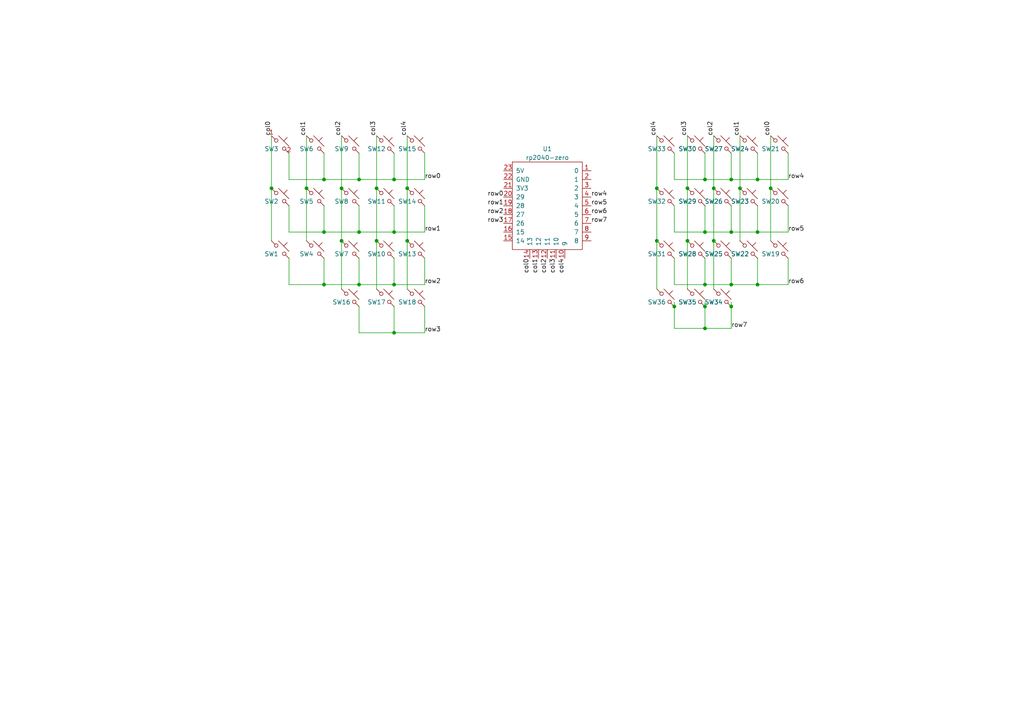
<source format=kicad_sch>
(kicad_sch (version 20230121) (generator eeschema)

  (uuid bcf08c00-9729-48c6-a1d1-fd61a92f814c)

  (paper "A4")

  (lib_symbols
    (symbol "SW_Push_45deg_1" (pin_names (offset 1.016) hide) (in_bom yes) (on_board yes)
      (property "Reference" "SW" (at 3.048 1.016 0)
        (effects (font (size 1.27 1.27)) (justify left))
      )
      (property "Value" "SW_Push_45deg" (at 0 -3.81 0)
        (effects (font (size 1.27 1.27)))
      )
      (property "Footprint" "" (at 0 0 0)
        (effects (font (size 1.27 1.27)) hide)
      )
      (property "Datasheet" "~" (at 0 0 0)
        (effects (font (size 1.27 1.27)) hide)
      )
      (property "ki_keywords" "switch normally-open pushbutton push-button" (at 0 0 0)
        (effects (font (size 1.27 1.27)) hide)
      )
      (property "ki_description" "Push button switch, normally open, two pins, 45° tilted" (at 0 0 0)
        (effects (font (size 1.27 1.27)) hide)
      )
      (symbol "SW_Push_45deg_1_0_1"
        (circle (center -1.1684 1.1684) (radius 0.508)
          (stroke (width 0) (type default))
          (fill (type none))
        )
        (polyline
          (pts
            (xy -0.508 2.54)
            (xy 2.54 -0.508)
          )
          (stroke (width 0) (type default))
          (fill (type none))
        )
        (polyline
          (pts
            (xy 1.016 1.016)
            (xy 2.032 2.032)
          )
          (stroke (width 0) (type default))
          (fill (type none))
        )
        (polyline
          (pts
            (xy -2.54 2.54)
            (xy -1.524 1.524)
            (xy -1.524 1.524)
          )
          (stroke (width 0) (type default))
          (fill (type none))
        )
        (polyline
          (pts
            (xy 1.524 -1.524)
            (xy 2.54 -2.54)
            (xy 2.54 -2.54)
            (xy 2.54 -2.54)
          )
          (stroke (width 0) (type default))
          (fill (type none))
        )
        (circle (center 1.143 -1.1938) (radius 0.508)
          (stroke (width 0) (type default))
          (fill (type none))
        )
        (pin passive line (at -2.54 2.54 0) (length 0)
          (name "1" (effects (font (size 1.27 1.27))))
          (number "1" (effects (font (size 1.27 1.27))))
        )
        (pin passive line (at 2.54 -2.54 180) (length 0)
          (name "2" (effects (font (size 1.27 1.27))))
          (number "2" (effects (font (size 1.27 1.27))))
        )
      )
    )
    (symbol "Switch:SW_Push_45deg" (pin_numbers hide) (pin_names (offset 1.016) hide) (in_bom yes) (on_board yes)
      (property "Reference" "SW" (at 3.048 1.016 0)
        (effects (font (size 1.27 1.27)) (justify left))
      )
      (property "Value" "SW_Push_45deg" (at 0 -3.81 0)
        (effects (font (size 1.27 1.27)))
      )
      (property "Footprint" "" (at 0 0 0)
        (effects (font (size 1.27 1.27)) hide)
      )
      (property "Datasheet" "~" (at 0 0 0)
        (effects (font (size 1.27 1.27)) hide)
      )
      (property "ki_keywords" "switch normally-open pushbutton push-button" (at 0 0 0)
        (effects (font (size 1.27 1.27)) hide)
      )
      (property "ki_description" "Push button switch, normally open, two pins, 45° tilted" (at 0 0 0)
        (effects (font (size 1.27 1.27)) hide)
      )
      (symbol "SW_Push_45deg_0_1"
        (circle (center -1.1684 1.1684) (radius 0.508)
          (stroke (width 0) (type default))
          (fill (type none))
        )
        (polyline
          (pts
            (xy -0.508 2.54)
            (xy 2.54 -0.508)
          )
          (stroke (width 0) (type default))
          (fill (type none))
        )
        (polyline
          (pts
            (xy 1.016 1.016)
            (xy 2.032 2.032)
          )
          (stroke (width 0) (type default))
          (fill (type none))
        )
        (polyline
          (pts
            (xy -2.54 2.54)
            (xy -1.524 1.524)
            (xy -1.524 1.524)
          )
          (stroke (width 0) (type default))
          (fill (type none))
        )
        (polyline
          (pts
            (xy 1.524 -1.524)
            (xy 2.54 -2.54)
            (xy 2.54 -2.54)
            (xy 2.54 -2.54)
          )
          (stroke (width 0) (type default))
          (fill (type none))
        )
        (circle (center 1.143 -1.1938) (radius 0.508)
          (stroke (width 0) (type default))
          (fill (type none))
        )
        (pin passive line (at -2.54 2.54 0) (length 0)
          (name "1" (effects (font (size 1.27 1.27))))
          (number "1" (effects (font (size 1.27 1.27))))
        )
        (pin passive line (at 2.54 -2.54 180) (length 0)
          (name "2" (effects (font (size 1.27 1.27))))
          (number "2" (effects (font (size 1.27 1.27))))
        )
      )
    )
    (symbol "mcu:rp2040-zero" (pin_names (offset 1.016)) (in_bom yes) (on_board yes)
      (property "Reference" "U" (at 0 15.24 0)
        (effects (font (size 1.27 1.27)))
      )
      (property "Value" "rp2040-zero" (at 0 12.7 0)
        (effects (font (size 1.27 1.27)))
      )
      (property "Footprint" "" (at -8.89 5.08 0)
        (effects (font (size 1.27 1.27)) hide)
      )
      (property "Datasheet" "" (at -8.89 5.08 0)
        (effects (font (size 1.27 1.27)) hide)
      )
      (symbol "rp2040-zero_0_1"
        (rectangle (start -10.16 11.43) (end 10.16 -13.97)
          (stroke (width 0) (type default))
          (fill (type none))
        )
      )
      (symbol "rp2040-zero_1_1"
        (pin bidirectional line (at 12.7 8.89 180) (length 2.54)
          (name "0" (effects (font (size 1.27 1.27))))
          (number "1" (effects (font (size 1.27 1.27))))
        )
        (pin bidirectional line (at 5.08 -16.51 90) (length 2.54)
          (name "9" (effects (font (size 1.27 1.27))))
          (number "10" (effects (font (size 1.27 1.27))))
        )
        (pin bidirectional line (at 2.54 -16.51 90) (length 2.54)
          (name "10" (effects (font (size 1.27 1.27))))
          (number "11" (effects (font (size 1.27 1.27))))
        )
        (pin bidirectional line (at 0 -16.51 90) (length 2.54)
          (name "11" (effects (font (size 1.27 1.27))))
          (number "12" (effects (font (size 1.27 1.27))))
        )
        (pin bidirectional line (at -2.54 -16.51 90) (length 2.54)
          (name "12" (effects (font (size 1.27 1.27))))
          (number "13" (effects (font (size 1.27 1.27))))
        )
        (pin bidirectional line (at -5.08 -16.51 90) (length 2.54)
          (name "13" (effects (font (size 1.27 1.27))))
          (number "14" (effects (font (size 1.27 1.27))))
        )
        (pin bidirectional line (at -12.7 -11.43 0) (length 2.54)
          (name "14" (effects (font (size 1.27 1.27))))
          (number "15" (effects (font (size 1.27 1.27))))
        )
        (pin bidirectional line (at -12.7 -8.89 0) (length 2.54)
          (name "15" (effects (font (size 1.27 1.27))))
          (number "16" (effects (font (size 1.27 1.27))))
        )
        (pin bidirectional line (at -12.7 -6.35 0) (length 2.54)
          (name "26" (effects (font (size 1.27 1.27))))
          (number "17" (effects (font (size 1.27 1.27))))
        )
        (pin bidirectional line (at -12.7 -3.81 0) (length 2.54)
          (name "27" (effects (font (size 1.27 1.27))))
          (number "18" (effects (font (size 1.27 1.27))))
        )
        (pin bidirectional line (at -12.7 -1.27 0) (length 2.54)
          (name "28" (effects (font (size 1.27 1.27))))
          (number "19" (effects (font (size 1.27 1.27))))
        )
        (pin bidirectional line (at 12.7 6.35 180) (length 2.54)
          (name "1" (effects (font (size 1.27 1.27))))
          (number "2" (effects (font (size 1.27 1.27))))
        )
        (pin bidirectional line (at -12.7 1.27 0) (length 2.54)
          (name "29" (effects (font (size 1.27 1.27))))
          (number "20" (effects (font (size 1.27 1.27))))
        )
        (pin power_out line (at -12.7 3.81 0) (length 2.54)
          (name "3V3" (effects (font (size 1.27 1.27))))
          (number "21" (effects (font (size 1.27 1.27))))
        )
        (pin power_out line (at -12.7 6.35 0) (length 2.54)
          (name "GND" (effects (font (size 1.27 1.27))))
          (number "22" (effects (font (size 1.27 1.27))))
        )
        (pin power_out line (at -12.7 8.89 0) (length 2.54)
          (name "5V" (effects (font (size 1.27 1.27))))
          (number "23" (effects (font (size 1.27 1.27))))
        )
        (pin bidirectional line (at 12.7 3.81 180) (length 2.54)
          (name "2" (effects (font (size 1.27 1.27))))
          (number "3" (effects (font (size 1.27 1.27))))
        )
        (pin bidirectional line (at 12.7 1.27 180) (length 2.54)
          (name "3" (effects (font (size 1.27 1.27))))
          (number "4" (effects (font (size 1.27 1.27))))
        )
        (pin bidirectional line (at 12.7 -1.27 180) (length 2.54)
          (name "4" (effects (font (size 1.27 1.27))))
          (number "5" (effects (font (size 1.27 1.27))))
        )
        (pin bidirectional line (at 12.7 -3.81 180) (length 2.54)
          (name "5" (effects (font (size 1.27 1.27))))
          (number "6" (effects (font (size 1.27 1.27))))
        )
        (pin bidirectional line (at 12.7 -6.35 180) (length 2.54)
          (name "6" (effects (font (size 1.27 1.27))))
          (number "7" (effects (font (size 1.27 1.27))))
        )
        (pin bidirectional line (at 12.7 -8.89 180) (length 2.54)
          (name "7" (effects (font (size 1.27 1.27))))
          (number "8" (effects (font (size 1.27 1.27))))
        )
        (pin bidirectional line (at 12.7 -11.43 180) (length 2.54)
          (name "8" (effects (font (size 1.27 1.27))))
          (number "9" (effects (font (size 1.27 1.27))))
        )
      )
    )
  )

  (junction (at 114.3 52.07) (diameter 0) (color 0 0 0 0)
    (uuid 0f8c1567-01b4-4a8b-86bd-7314323b5421)
  )
  (junction (at 78.74 54.61) (diameter 0) (color 0 0 0 0)
    (uuid 1497568a-ad26-4e81-b4c7-15b870a0a338)
  )
  (junction (at 207.01 54.61) (diameter 0) (color 0 0 0 0)
    (uuid 153dc38d-afab-410b-b1ec-fda8f60d63ec)
  )
  (junction (at 212.09 52.07) (diameter 0) (color 0 0 0 0)
    (uuid 16b032f2-ad10-4f04-99d9-69912417cfdd)
  )
  (junction (at 93.98 67.31) (diameter 0) (color 0 0 0 0)
    (uuid 185ce410-2b2f-4a35-a7d0-2afbda2b5284)
  )
  (junction (at 190.5 69.85) (diameter 0) (color 0 0 0 0)
    (uuid 1f32fe66-6191-4f19-9d34-b61d59aa1207)
  )
  (junction (at 118.11 54.61) (diameter 0) (color 0 0 0 0)
    (uuid 21e7e152-d6c1-4190-8b27-269871d89788)
  )
  (junction (at 99.06 69.85) (diameter 0) (color 0 0 0 0)
    (uuid 28d46e61-0a6d-4ea3-aec5-f25386537329)
  )
  (junction (at 219.71 67.31) (diameter 0) (color 0 0 0 0)
    (uuid 3d5a39b9-67b8-472c-b2c8-b2588406cf59)
  )
  (junction (at 214.63 54.61) (diameter 0) (color 0 0 0 0)
    (uuid 4066553d-d809-4d81-a46d-6bc8117aa89d)
  )
  (junction (at 204.47 67.31) (diameter 0) (color 0 0 0 0)
    (uuid 4a827cb9-d591-4228-9f25-752801526ef0)
  )
  (junction (at 109.22 69.85) (diameter 0) (color 0 0 0 0)
    (uuid 56bf40ab-b314-43c9-ac35-cef2f5bb9ee2)
  )
  (junction (at 114.3 82.55) (diameter 0) (color 0 0 0 0)
    (uuid 57c86333-16bb-4e87-a50b-55158432f2c5)
  )
  (junction (at 219.71 52.07) (diameter 0) (color 0 0 0 0)
    (uuid 6437b520-458f-4bda-ab48-4582f8b21881)
  )
  (junction (at 212.09 67.31) (diameter 0) (color 0 0 0 0)
    (uuid 6ad5dc2b-e41c-49d2-9343-10451bf679b2)
  )
  (junction (at 195.58 88.9) (diameter 0) (color 0 0 0 0)
    (uuid 6da009f6-507f-4285-a228-1c6f6fc2fa5d)
  )
  (junction (at 104.14 82.55) (diameter 0) (color 0 0 0 0)
    (uuid 6da1b772-22aa-42ae-9862-2b63d2db5194)
  )
  (junction (at 204.47 52.07) (diameter 0) (color 0 0 0 0)
    (uuid 7033077f-fcd5-45b3-a6a1-25f911a0e781)
  )
  (junction (at 190.5 54.61) (diameter 0) (color 0 0 0 0)
    (uuid 71952ec6-534a-47f3-bc87-78f31a015692)
  )
  (junction (at 199.39 54.61) (diameter 0) (color 0 0 0 0)
    (uuid 71963227-b769-47c2-89a3-c58b17293e71)
  )
  (junction (at 104.14 52.07) (diameter 0) (color 0 0 0 0)
    (uuid 79c3a811-2034-481a-ae9a-86929f460e06)
  )
  (junction (at 93.98 52.07) (diameter 0) (color 0 0 0 0)
    (uuid 7ba70b65-5a11-4153-87d2-dd1b94f93e37)
  )
  (junction (at 88.9 54.61) (diameter 0) (color 0 0 0 0)
    (uuid 7fe070a5-747c-4077-b35a-5bb48b927996)
  )
  (junction (at 204.47 88.9) (diameter 0) (color 0 0 0 0)
    (uuid 80154867-1b5a-4b68-bae1-6f56c0ac46d4)
  )
  (junction (at 93.98 82.55) (diameter 0) (color 0 0 0 0)
    (uuid 81e2ff47-8d08-4635-9260-3edde271aa80)
  )
  (junction (at 204.47 95.25) (diameter 0) (color 0 0 0 0)
    (uuid 872eab7a-5a18-4ebd-893b-8ef41bb1338e)
  )
  (junction (at 118.11 69.85) (diameter 0) (color 0 0 0 0)
    (uuid 88d6efd0-dded-492a-8b47-70cd89b53de8)
  )
  (junction (at 114.3 96.52) (diameter 0) (color 0 0 0 0)
    (uuid 8a672268-0d38-4aed-8a88-85f178eb6632)
  )
  (junction (at 114.3 67.31) (diameter 0) (color 0 0 0 0)
    (uuid 8bca4da9-834b-4238-92d4-be54f21d119a)
  )
  (junction (at 212.09 88.9) (diameter 0) (color 0 0 0 0)
    (uuid 912786b8-1c9d-42f1-8a93-577d8f7f28af)
  )
  (junction (at 109.22 54.61) (diameter 0) (color 0 0 0 0)
    (uuid 9661aef0-2b88-470f-b33f-98214ec309a2)
  )
  (junction (at 104.14 67.31) (diameter 0) (color 0 0 0 0)
    (uuid 9a710d0c-8fcb-4db3-b48a-172f1de49b7a)
  )
  (junction (at 99.06 54.61) (diameter 0) (color 0 0 0 0)
    (uuid ad81394b-f62d-4c23-ad24-bd2f3d71bf19)
  )
  (junction (at 204.47 82.55) (diameter 0) (color 0 0 0 0)
    (uuid ba7ed2a2-7888-4a0f-b0d5-7a88cbcbf40e)
  )
  (junction (at 219.71 82.55) (diameter 0) (color 0 0 0 0)
    (uuid c32c601a-d89b-4f76-9ade-321064858657)
  )
  (junction (at 212.09 82.55) (diameter 0) (color 0 0 0 0)
    (uuid c6d7f3fe-a967-47e0-bbb5-412e8488f4bb)
  )
  (junction (at 199.39 69.85) (diameter 0) (color 0 0 0 0)
    (uuid d1460c17-56b6-4f02-b4a9-dbd8cddbf4c5)
  )
  (junction (at 223.52 54.61) (diameter 0) (color 0 0 0 0)
    (uuid d480f1e1-4bc1-43fb-9561-328c7bd4b7b7)
  )
  (junction (at 207.01 69.85) (diameter 0) (color 0 0 0 0)
    (uuid feb6758a-b858-48c5-93dd-97a00e48c4bc)
  )

  (wire (pts (xy 204.47 82.55) (xy 212.09 82.55))
    (stroke (width 0) (type default))
    (uuid 002d3584-8a05-4bb6-9515-8cc2e5a649cd)
  )
  (wire (pts (xy 219.71 82.55) (xy 228.6 82.55))
    (stroke (width 0) (type default))
    (uuid 0648f95f-c198-432b-8d62-8755003f4d28)
  )
  (wire (pts (xy 199.39 39.37) (xy 199.39 54.61))
    (stroke (width 0) (type default))
    (uuid 08364a7a-f00e-4d22-8b38-f9e8a2507498)
  )
  (wire (pts (xy 195.58 95.25) (xy 204.47 95.25))
    (stroke (width 0) (type default))
    (uuid 08e03a45-d2b0-4509-937b-c9ab7fb327e8)
  )
  (wire (pts (xy 114.3 44.45) (xy 114.3 52.07))
    (stroke (width 0) (type default))
    (uuid 0ab6c0cf-b465-45e1-b845-b3fbb38b2a8f)
  )
  (wire (pts (xy 114.3 59.69) (xy 114.3 67.31))
    (stroke (width 0) (type default))
    (uuid 0aebdac3-8f48-4f46-903b-a65dd13dc481)
  )
  (wire (pts (xy 78.74 39.37) (xy 78.74 54.61))
    (stroke (width 0) (type default))
    (uuid 0b455500-0340-4c3b-ab9a-9e359f7da105)
  )
  (wire (pts (xy 88.9 54.61) (xy 88.9 69.85))
    (stroke (width 0) (type default))
    (uuid 0ea91355-78c8-480d-9d6a-789584f36c1b)
  )
  (wire (pts (xy 109.22 54.61) (xy 109.22 69.85))
    (stroke (width 0) (type default))
    (uuid 0f3b83fc-63a2-4bd8-ad6c-51a226ca9c5a)
  )
  (wire (pts (xy 78.74 54.61) (xy 78.74 69.85))
    (stroke (width 0) (type default))
    (uuid 10299e8d-ba22-46bd-ba02-b3f6b08b85e6)
  )
  (wire (pts (xy 204.47 88.9) (xy 204.47 95.25))
    (stroke (width 0) (type default))
    (uuid 14b485b0-7bd9-4f35-948d-2a8c7ae00195)
  )
  (wire (pts (xy 190.5 69.85) (xy 190.5 83.82))
    (stroke (width 0) (type default))
    (uuid 1518816f-31e2-444f-85e1-931739db31c7)
  )
  (wire (pts (xy 114.3 88.9) (xy 114.3 96.52))
    (stroke (width 0) (type default))
    (uuid 16d1fd55-5248-4d48-a2f3-b53bde8e4ea3)
  )
  (wire (pts (xy 123.19 44.45) (xy 123.19 52.07))
    (stroke (width 0) (type default))
    (uuid 1b32788d-b8d0-4f84-a656-ce2d8049b72a)
  )
  (wire (pts (xy 195.58 88.9) (xy 195.58 95.25))
    (stroke (width 0) (type default))
    (uuid 1e82b302-7ac0-482b-8ffc-5f7b7d3b165e)
  )
  (wire (pts (xy 207.01 69.85) (xy 207.01 83.82))
    (stroke (width 0) (type default))
    (uuid 2480cc1f-cda7-4ebe-b4f8-fcd7d3313015)
  )
  (wire (pts (xy 83.82 82.55) (xy 93.98 82.55))
    (stroke (width 0) (type default))
    (uuid 25246bba-7175-41c7-926e-6f863455d1e3)
  )
  (wire (pts (xy 123.19 59.69) (xy 123.19 67.31))
    (stroke (width 0) (type default))
    (uuid 261da932-eb1b-43ab-990a-8d771ebfb46d)
  )
  (wire (pts (xy 207.01 39.37) (xy 207.01 54.61))
    (stroke (width 0) (type default))
    (uuid 2ce8e83a-7206-4ffe-87b4-5ac3c1a5709c)
  )
  (wire (pts (xy 204.47 95.25) (xy 212.09 95.25))
    (stroke (width 0) (type default))
    (uuid 3156026c-df5f-4c40-b24e-13f3f84dc5d5)
  )
  (wire (pts (xy 99.06 69.85) (xy 99.06 83.82))
    (stroke (width 0) (type default))
    (uuid 32f11112-8a07-481b-bc9d-fdcd1b80f1c2)
  )
  (wire (pts (xy 93.98 67.31) (xy 104.14 67.31))
    (stroke (width 0) (type default))
    (uuid 33ccd0be-6164-4bb1-a52e-682d62b2ff28)
  )
  (wire (pts (xy 219.71 67.31) (xy 228.6 67.31))
    (stroke (width 0) (type default))
    (uuid 3443ea53-9e15-4d32-85df-aa77603dbdde)
  )
  (wire (pts (xy 204.47 59.69) (xy 204.47 67.31))
    (stroke (width 0) (type default))
    (uuid 34a12c55-9497-4b5f-ace7-65783a06c2ff)
  )
  (wire (pts (xy 228.6 59.69) (xy 228.6 67.31))
    (stroke (width 0) (type default))
    (uuid 354ceca1-893d-4315-96a8-4f164a9d516c)
  )
  (wire (pts (xy 93.98 74.93) (xy 93.98 82.55))
    (stroke (width 0) (type default))
    (uuid 36e0e65b-8c95-48a6-b46e-2390d5115a5f)
  )
  (wire (pts (xy 83.82 59.69) (xy 83.82 67.31))
    (stroke (width 0) (type default))
    (uuid 38685f32-c08b-452a-a7d4-75a0c9fd6306)
  )
  (wire (pts (xy 118.11 69.85) (xy 118.11 83.82))
    (stroke (width 0) (type default))
    (uuid 3a9fd9c9-9df1-47ee-9394-9118c65afc09)
  )
  (wire (pts (xy 195.58 87.63) (xy 195.58 88.9))
    (stroke (width 0) (type default))
    (uuid 3acaf96f-a2bf-4e65-ae5b-f2f49929cf7b)
  )
  (wire (pts (xy 114.3 52.07) (xy 123.19 52.07))
    (stroke (width 0) (type default))
    (uuid 3d7c40e8-56c9-4b7b-9ce1-b372f788e5bb)
  )
  (wire (pts (xy 93.98 59.69) (xy 93.98 67.31))
    (stroke (width 0) (type default))
    (uuid 46c14995-caf1-4141-a731-45dc38d60dd0)
  )
  (wire (pts (xy 93.98 52.07) (xy 104.14 52.07))
    (stroke (width 0) (type default))
    (uuid 484d7ebb-225b-4f74-89d9-59784268803f)
  )
  (wire (pts (xy 212.09 67.31) (xy 219.71 67.31))
    (stroke (width 0) (type default))
    (uuid 4be5d921-7a7f-4462-b6dc-173c5ca953b8)
  )
  (wire (pts (xy 93.98 82.55) (xy 104.14 82.55))
    (stroke (width 0) (type default))
    (uuid 55bcd07e-50ae-44e6-bbff-07430b019a1a)
  )
  (wire (pts (xy 223.52 39.37) (xy 223.52 54.61))
    (stroke (width 0) (type default))
    (uuid 59d4c199-2cc1-4316-97d9-d3e567bb31ae)
  )
  (wire (pts (xy 195.58 67.31) (xy 204.47 67.31))
    (stroke (width 0) (type default))
    (uuid 5a82cee0-e6e6-460c-ab5b-6fbc1ff084dc)
  )
  (wire (pts (xy 104.14 88.9) (xy 104.14 96.52))
    (stroke (width 0) (type default))
    (uuid 5a87c782-5dcf-40d1-a0a3-811c8ec27349)
  )
  (wire (pts (xy 204.47 44.45) (xy 204.47 52.07))
    (stroke (width 0) (type default))
    (uuid 5bb3fe4f-f2b2-4449-be99-3d21241ee43b)
  )
  (wire (pts (xy 212.09 82.55) (xy 219.71 82.55))
    (stroke (width 0) (type default))
    (uuid 5c37c22f-5c33-4cc5-84bc-e5891a7fc69a)
  )
  (wire (pts (xy 104.14 82.55) (xy 114.3 82.55))
    (stroke (width 0) (type default))
    (uuid 636b2885-9fa0-4afe-9952-74d876bd1a0c)
  )
  (wire (pts (xy 114.3 67.31) (xy 123.19 67.31))
    (stroke (width 0) (type default))
    (uuid 69133914-67c0-4692-94ed-200058bde297)
  )
  (wire (pts (xy 212.09 74.93) (xy 212.09 82.55))
    (stroke (width 0) (type default))
    (uuid 693e7503-2466-4108-ba66-f49e76ca96c7)
  )
  (wire (pts (xy 83.82 52.07) (xy 93.98 52.07))
    (stroke (width 0) (type default))
    (uuid 6f2ddfe4-6bc9-4bf0-aebe-fd69ab7d2ad8)
  )
  (wire (pts (xy 195.58 74.93) (xy 195.58 82.55))
    (stroke (width 0) (type default))
    (uuid 7031951b-ec09-4c0f-9478-7a56c6611dda)
  )
  (wire (pts (xy 219.71 59.69) (xy 219.71 67.31))
    (stroke (width 0) (type default))
    (uuid 716c4ac2-311e-4368-a000-5c8dd7b4c24c)
  )
  (wire (pts (xy 104.14 59.69) (xy 104.14 67.31))
    (stroke (width 0) (type default))
    (uuid 7704ac2b-a399-4282-99c8-84a945f1b9b1)
  )
  (wire (pts (xy 109.22 69.85) (xy 109.22 83.82))
    (stroke (width 0) (type default))
    (uuid 786c9b69-4912-4430-9f4f-6d709581e3f7)
  )
  (wire (pts (xy 212.09 59.69) (xy 212.09 67.31))
    (stroke (width 0) (type default))
    (uuid 7a2992a1-acd8-4d3f-858d-f3ce86890475)
  )
  (wire (pts (xy 214.63 54.61) (xy 214.63 69.85))
    (stroke (width 0) (type default))
    (uuid 7c0c243c-b97f-423c-8232-fd61abf9ba96)
  )
  (wire (pts (xy 204.47 87.63) (xy 204.47 88.9))
    (stroke (width 0) (type default))
    (uuid 7cfe2b27-d93b-472a-a915-96ab28985fa5)
  )
  (wire (pts (xy 109.22 39.37) (xy 109.22 54.61))
    (stroke (width 0) (type default))
    (uuid 7d992f1d-00e1-4c5e-a9b5-985edf0f15fd)
  )
  (wire (pts (xy 212.09 44.45) (xy 212.09 52.07))
    (stroke (width 0) (type default))
    (uuid 7ee22620-936e-4e3d-a47c-b8a6369eff18)
  )
  (wire (pts (xy 195.58 59.69) (xy 195.58 67.31))
    (stroke (width 0) (type default))
    (uuid 7fbe8770-e003-4794-a22d-e248bc7f0cc7)
  )
  (wire (pts (xy 104.14 67.31) (xy 114.3 67.31))
    (stroke (width 0) (type default))
    (uuid 8108a536-0094-401b-9a8d-9fc91c3bcd49)
  )
  (wire (pts (xy 104.14 52.07) (xy 114.3 52.07))
    (stroke (width 0) (type default))
    (uuid 83f23081-6fe2-4145-b86f-3411d1875997)
  )
  (wire (pts (xy 204.47 74.93) (xy 204.47 82.55))
    (stroke (width 0) (type default))
    (uuid 87fee9b6-7026-4f3c-be7e-24b5dec2ae37)
  )
  (wire (pts (xy 199.39 69.85) (xy 199.39 83.82))
    (stroke (width 0) (type default))
    (uuid 88b00197-9a60-4b07-a001-a4934451b53e)
  )
  (wire (pts (xy 195.58 82.55) (xy 204.47 82.55))
    (stroke (width 0) (type default))
    (uuid 8bcbbf57-0741-4089-b284-4542b9e456de)
  )
  (wire (pts (xy 104.14 44.45) (xy 104.14 52.07))
    (stroke (width 0) (type default))
    (uuid 8f873f02-cb2e-4586-a5c8-48ad8f3ec08f)
  )
  (wire (pts (xy 104.14 74.93) (xy 104.14 82.55))
    (stroke (width 0) (type default))
    (uuid 93dbbfb7-80b2-4f12-9970-70758229604f)
  )
  (wire (pts (xy 114.3 74.93) (xy 114.3 82.55))
    (stroke (width 0) (type default))
    (uuid 94275559-a289-460e-9fe3-40b1fefb68f5)
  )
  (wire (pts (xy 199.39 54.61) (xy 199.39 69.85))
    (stroke (width 0) (type default))
    (uuid 9b455b7c-0108-4190-aa17-b131fed1fefd)
  )
  (wire (pts (xy 83.82 74.93) (xy 83.82 82.55))
    (stroke (width 0) (type default))
    (uuid 9c9af967-55fd-4971-9e06-84912b1e7a31)
  )
  (wire (pts (xy 195.58 52.07) (xy 204.47 52.07))
    (stroke (width 0) (type default))
    (uuid a7510be7-8557-4073-a544-f9abc134d9c6)
  )
  (wire (pts (xy 118.11 39.37) (xy 118.11 54.61))
    (stroke (width 0) (type default))
    (uuid af8ce68b-8d44-4aae-9f16-1513c2d6dd66)
  )
  (wire (pts (xy 214.63 39.37) (xy 214.63 54.61))
    (stroke (width 0) (type default))
    (uuid b0fea1e8-70e0-47b8-9cb0-cf43b9807490)
  )
  (wire (pts (xy 93.98 44.45) (xy 93.98 52.07))
    (stroke (width 0) (type default))
    (uuid b2f3b303-4b4b-455e-8b26-d13ab5f9c01d)
  )
  (wire (pts (xy 207.01 54.61) (xy 207.01 69.85))
    (stroke (width 0) (type default))
    (uuid b38eef05-3986-42cb-9a65-1ba5812a7f8e)
  )
  (wire (pts (xy 114.3 96.52) (xy 123.19 96.52))
    (stroke (width 0) (type default))
    (uuid b4984bb7-fdac-49cd-96c7-ec982d7a5d0b)
  )
  (wire (pts (xy 212.09 88.9) (xy 212.09 95.25))
    (stroke (width 0) (type default))
    (uuid b51cb1ea-5baa-4867-93eb-2ae4fe42cd8a)
  )
  (wire (pts (xy 123.19 88.9) (xy 123.19 96.52))
    (stroke (width 0) (type default))
    (uuid b890f4c4-2c5f-4727-9d8c-13f40f66fb42)
  )
  (wire (pts (xy 114.3 82.55) (xy 123.19 82.55))
    (stroke (width 0) (type default))
    (uuid bc61a809-c020-4773-bb06-022acf81d1b0)
  )
  (wire (pts (xy 88.9 39.37) (xy 88.9 54.61))
    (stroke (width 0) (type default))
    (uuid bd44bc95-020c-4a80-a919-b60268690c8b)
  )
  (wire (pts (xy 228.6 44.45) (xy 228.6 52.07))
    (stroke (width 0) (type default))
    (uuid c0d0a7cd-ee49-42eb-b82a-41c148e48c5b)
  )
  (wire (pts (xy 99.06 39.37) (xy 99.06 54.61))
    (stroke (width 0) (type default))
    (uuid c166ddcc-951e-4495-9c6a-d4a64af05863)
  )
  (wire (pts (xy 118.11 54.61) (xy 118.11 69.85))
    (stroke (width 0) (type default))
    (uuid c1e7e7ab-e132-4707-90ff-c97f817ea898)
  )
  (wire (pts (xy 123.19 74.93) (xy 123.19 82.55))
    (stroke (width 0) (type default))
    (uuid c90e6b74-5b09-4932-902c-e395a3f275cc)
  )
  (wire (pts (xy 190.5 39.37) (xy 190.5 54.61))
    (stroke (width 0) (type default))
    (uuid cba1f655-0b11-4f5f-ba7c-34978e749cbd)
  )
  (wire (pts (xy 228.6 74.93) (xy 228.6 82.55))
    (stroke (width 0) (type default))
    (uuid cf603d54-145a-40bc-b004-9bd32cccf778)
  )
  (wire (pts (xy 83.82 67.31) (xy 93.98 67.31))
    (stroke (width 0) (type default))
    (uuid cfbd04c7-99a9-4d1f-b538-922e9b0475fa)
  )
  (wire (pts (xy 219.71 44.45) (xy 219.71 52.07))
    (stroke (width 0) (type default))
    (uuid d23253a2-243a-4304-8344-974038001caa)
  )
  (wire (pts (xy 212.09 52.07) (xy 219.71 52.07))
    (stroke (width 0) (type default))
    (uuid d5cd9804-8593-4903-aa5a-0375d153c5e9)
  )
  (wire (pts (xy 204.47 52.07) (xy 212.09 52.07))
    (stroke (width 0) (type default))
    (uuid d675274b-1aac-4ef3-8876-b9bab883bb41)
  )
  (wire (pts (xy 212.09 87.63) (xy 212.09 88.9))
    (stroke (width 0) (type default))
    (uuid e24f5f28-d456-473c-9321-7972886033df)
  )
  (wire (pts (xy 219.71 74.93) (xy 219.71 82.55))
    (stroke (width 0) (type default))
    (uuid e277378c-671c-403d-ada8-486e8318bb2c)
  )
  (wire (pts (xy 83.82 44.45) (xy 83.82 52.07))
    (stroke (width 0) (type default))
    (uuid e8ef4afc-ae50-4f59-8cc0-6723f6a6cb66)
  )
  (wire (pts (xy 219.71 52.07) (xy 228.6 52.07))
    (stroke (width 0) (type default))
    (uuid ead35319-c3cc-4d33-baf2-cab62b7cbda2)
  )
  (wire (pts (xy 195.58 44.45) (xy 195.58 52.07))
    (stroke (width 0) (type default))
    (uuid ed8c90d7-77d2-4fae-b234-cb25835cbcc9)
  )
  (wire (pts (xy 104.14 96.52) (xy 114.3 96.52))
    (stroke (width 0) (type default))
    (uuid f35afa12-6090-4dee-acbf-20e7f432ae25)
  )
  (wire (pts (xy 204.47 67.31) (xy 212.09 67.31))
    (stroke (width 0) (type default))
    (uuid f3b46433-88cc-4c5b-9159-c75cdff85436)
  )
  (wire (pts (xy 99.06 54.61) (xy 99.06 69.85))
    (stroke (width 0) (type default))
    (uuid f6ef4e05-0138-4dd1-8668-898a88891dd9)
  )
  (wire (pts (xy 190.5 54.61) (xy 190.5 69.85))
    (stroke (width 0) (type default))
    (uuid fb8df223-0534-4964-a8e7-30b63b5db5ec)
  )
  (wire (pts (xy 223.52 54.61) (xy 223.52 69.85))
    (stroke (width 0) (type default))
    (uuid fe42a05c-59a5-439d-a3db-c415eb99fd98)
  )

  (label "row7" (at 212.09 95.25 0) (fields_autoplaced)
    (effects (font (size 1.27 1.27)) (justify left bottom))
    (uuid 003e8c4b-1cee-4741-86d9-6a58412745ce)
  )
  (label "col1" (at 88.9 39.37 90) (fields_autoplaced)
    (effects (font (size 1.27 1.27)) (justify left bottom))
    (uuid 1114e8f7-30ae-46e0-a275-1c8e0ec2d8f9)
  )
  (label "row3" (at 146.05 64.77 180) (fields_autoplaced)
    (effects (font (size 1.27 1.27)) (justify right bottom))
    (uuid 176f3e87-0c5e-4458-b8ac-129fe02bc6c7)
  )
  (label "col3" (at 109.22 39.37 90) (fields_autoplaced)
    (effects (font (size 1.27 1.27)) (justify left bottom))
    (uuid 176fd0ba-dbaa-46b7-8522-385cd9fa79d7)
  )
  (label "row1" (at 123.19 67.31 0) (fields_autoplaced)
    (effects (font (size 1.27 1.27)) (justify left bottom))
    (uuid 205d61e6-d9e7-4763-bba8-5d1079d263c4)
  )
  (label "row2" (at 146.05 62.23 180) (fields_autoplaced)
    (effects (font (size 1.27 1.27)) (justify right bottom))
    (uuid 273d3936-fa75-4467-adc2-cbbcfa05481d)
  )
  (label "col1" (at 156.21 74.93 270) (fields_autoplaced)
    (effects (font (size 1.27 1.27)) (justify right bottom))
    (uuid 2746098e-e6af-45d9-be22-ce773bb83440)
  )
  (label "row4" (at 228.6 52.07 0) (fields_autoplaced)
    (effects (font (size 1.27 1.27)) (justify left bottom))
    (uuid 306bfbe9-0f74-4563-8c39-0fd0e3eb2e1c)
  )
  (label "col4" (at 118.11 39.37 90) (fields_autoplaced)
    (effects (font (size 1.27 1.27)) (justify left bottom))
    (uuid 5153d470-f051-4eb1-8b60-a44680b8ddb1)
  )
  (label "col3" (at 199.39 39.37 90) (fields_autoplaced)
    (effects (font (size 1.27 1.27)) (justify left bottom))
    (uuid 56ef746d-c4f0-4391-81c7-c3bc6a26f18a)
  )
  (label "col2" (at 158.75 74.93 270) (fields_autoplaced)
    (effects (font (size 1.27 1.27)) (justify right bottom))
    (uuid 6879a0fd-417f-46bb-8789-a14aee567c77)
  )
  (label "col0" (at 223.52 39.37 90) (fields_autoplaced)
    (effects (font (size 1.27 1.27)) (justify left bottom))
    (uuid 7044a42e-0c6a-4bbe-b0b6-4fdfa0ef129f)
  )
  (label "row6" (at 171.45 62.23 0) (fields_autoplaced)
    (effects (font (size 1.27 1.27)) (justify left bottom))
    (uuid 797f69ba-f492-46fd-9c44-135f458b4933)
  )
  (label "col1" (at 214.63 39.37 90) (fields_autoplaced)
    (effects (font (size 1.27 1.27)) (justify left bottom))
    (uuid 7f915715-79eb-43bd-bb8c-efb3225b71ae)
  )
  (label "col4" (at 190.5 39.37 90) (fields_autoplaced)
    (effects (font (size 1.27 1.27)) (justify left bottom))
    (uuid 83a44ed7-1688-4f28-860d-e06e5a4fa69f)
  )
  (label "col0" (at 78.74 39.37 90) (fields_autoplaced)
    (effects (font (size 1.27 1.27)) (justify left bottom))
    (uuid 83facf3e-d23a-41c1-994d-16ef50c5c7de)
  )
  (label "row3" (at 123.19 96.52 0) (fields_autoplaced)
    (effects (font (size 1.27 1.27)) (justify left bottom))
    (uuid 8f37f10d-362f-4703-a6ca-4cd38490b510)
  )
  (label "row7" (at 171.45 64.77 0) (fields_autoplaced)
    (effects (font (size 1.27 1.27)) (justify left bottom))
    (uuid 91f9c3dd-04f8-43f7-85b7-cf8215b1d4c0)
  )
  (label "row4" (at 171.45 57.15 0) (fields_autoplaced)
    (effects (font (size 1.27 1.27)) (justify left bottom))
    (uuid 960ad025-d735-4de3-b210-12eab5799a20)
  )
  (label "row6" (at 228.6 82.55 0) (fields_autoplaced)
    (effects (font (size 1.27 1.27)) (justify left bottom))
    (uuid 9a2fcc94-2214-41d1-88c4-bf56c7ea9a48)
  )
  (label "row0" (at 123.19 52.07 0) (fields_autoplaced)
    (effects (font (size 1.27 1.27)) (justify left bottom))
    (uuid 9df4ab00-3676-4a6b-9fd5-69d1d125e7c0)
  )
  (label "col3" (at 161.29 74.93 270) (fields_autoplaced)
    (effects (font (size 1.27 1.27)) (justify right bottom))
    (uuid b388fecf-e5e7-4d77-ae94-f708877df15d)
  )
  (label "row1" (at 146.05 59.69 180) (fields_autoplaced)
    (effects (font (size 1.27 1.27)) (justify right bottom))
    (uuid b83b19fe-f44e-48d1-95d8-ff0d9d21fc58)
  )
  (label "row5" (at 228.6 67.31 0) (fields_autoplaced)
    (effects (font (size 1.27 1.27)) (justify left bottom))
    (uuid ba52fac4-bc86-4673-84bb-08509c00c789)
  )
  (label "col4" (at 163.83 74.93 270) (fields_autoplaced)
    (effects (font (size 1.27 1.27)) (justify right bottom))
    (uuid bc7a6665-5823-47db-9e22-ce447f19f1e9)
  )
  (label "row0" (at 146.05 57.15 180) (fields_autoplaced)
    (effects (font (size 1.27 1.27)) (justify right bottom))
    (uuid bd33d6e7-c223-44ee-aa45-edcc97aa1049)
  )
  (label "row2" (at 123.19 82.55 0) (fields_autoplaced)
    (effects (font (size 1.27 1.27)) (justify left bottom))
    (uuid bee62025-6f2f-45fd-8e39-0429c3263724)
  )
  (label "col2" (at 99.06 39.37 90) (fields_autoplaced)
    (effects (font (size 1.27 1.27)) (justify left bottom))
    (uuid cbff24db-517b-427f-9231-977c08f2bfbe)
  )
  (label "row5" (at 171.45 59.69 0) (fields_autoplaced)
    (effects (font (size 1.27 1.27)) (justify left bottom))
    (uuid d195377e-fdc5-453c-9456-c5ab95fc7019)
  )
  (label "col0" (at 153.67 74.93 270) (fields_autoplaced)
    (effects (font (size 1.27 1.27)) (justify right bottom))
    (uuid dcbfb85c-7b18-4425-99ea-7e3c72c28bc2)
  )
  (label "col2" (at 207.01 39.37 90) (fields_autoplaced)
    (effects (font (size 1.27 1.27)) (justify left bottom))
    (uuid eb501e19-a904-46e1-a5e6-fb7ff85b6a6d)
  )

  (symbol (lib_id "Switch:SW_Push_45deg") (at 201.93 41.91 0) (unit 1)
    (in_bom yes) (on_board yes) (dnp no)
    (uuid 141d98e3-7a4f-4fba-b4ac-ba8533b97ec6)
    (property "Reference" "SW30" (at 199.39 43.18 0)
      (effects (font (size 1.27 1.27)))
    )
    (property "Value" "SW_Push_45deg" (at 201.93 38.1 0)
      (effects (font (size 1.27 1.27)) hide)
    )
    (property "Footprint" "0-jasonhazel-footprints:SW_SPST_TL3342" (at 201.93 41.91 0)
      (effects (font (size 1.27 1.27)) hide)
    )
    (property "Datasheet" "~" (at 201.93 41.91 0)
      (effects (font (size 1.27 1.27)) hide)
    )
    (pin "1" (uuid e4de8b01-0f48-45a5-879a-e7f6b57641e1))
    (pin "2" (uuid a8d51dbb-46c8-474d-9804-edb407eba21e))
    (instances
      (project "bad_wings_zero"
        (path "/bcf08c00-9729-48c6-a1d1-fd61a92f814c"
          (reference "SW30") (unit 1)
        )
      )
    )
  )

  (symbol (lib_id "Switch:SW_Push_45deg") (at 120.65 57.15 0) (unit 1)
    (in_bom yes) (on_board yes) (dnp no)
    (uuid 219f5f21-3805-459e-8d51-b6fa0d4b2de9)
    (property "Reference" "SW14" (at 118.11 58.42 0)
      (effects (font (size 1.27 1.27)))
    )
    (property "Value" "SW_Push_45deg" (at 120.65 53.34 0)
      (effects (font (size 1.27 1.27)) hide)
    )
    (property "Footprint" "0-jasonhazel-footprints:SW_SPST_TL3342" (at 120.65 57.15 0)
      (effects (font (size 1.27 1.27)) hide)
    )
    (property "Datasheet" "~" (at 120.65 57.15 0)
      (effects (font (size 1.27 1.27)) hide)
    )
    (pin "1" (uuid 4dcf3a41-72ee-42e9-8a2d-54e1fd20d11a))
    (pin "2" (uuid 6d57c28e-89f3-4217-8124-493c41542df8))
    (instances
      (project "bad_wings_zero"
        (path "/bcf08c00-9729-48c6-a1d1-fd61a92f814c"
          (reference "SW14") (unit 1)
        )
      )
    )
  )

  (symbol (lib_id "Switch:SW_Push_45deg") (at 201.93 72.39 0) (unit 1)
    (in_bom yes) (on_board yes) (dnp no)
    (uuid 22043616-5a3e-490e-aa0f-184d7176fdae)
    (property "Reference" "SW28" (at 199.39 73.66 0)
      (effects (font (size 1.27 1.27)))
    )
    (property "Value" "SW_Push_45deg" (at 201.93 68.58 0)
      (effects (font (size 1.27 1.27)) hide)
    )
    (property "Footprint" "0-jasonhazel-footprints:SW_SPST_TL3342" (at 201.93 72.39 0)
      (effects (font (size 1.27 1.27)) hide)
    )
    (property "Datasheet" "~" (at 201.93 72.39 0)
      (effects (font (size 1.27 1.27)) hide)
    )
    (pin "1" (uuid 689c94c7-fa9b-4c98-a2dc-960522979100))
    (pin "2" (uuid 17212644-f1b3-4324-b5cd-63f3cc7cad4d))
    (instances
      (project "bad_wings_zero"
        (path "/bcf08c00-9729-48c6-a1d1-fd61a92f814c"
          (reference "SW28") (unit 1)
        )
      )
    )
  )

  (symbol (lib_id "Switch:SW_Push_45deg") (at 201.93 57.15 0) (unit 1)
    (in_bom yes) (on_board yes) (dnp no)
    (uuid 236c8206-518d-4437-86cb-841b94c78e7a)
    (property "Reference" "SW29" (at 199.39 58.42 0)
      (effects (font (size 1.27 1.27)))
    )
    (property "Value" "SW_Push_45deg" (at 201.93 53.34 0)
      (effects (font (size 1.27 1.27)) hide)
    )
    (property "Footprint" "0-jasonhazel-footprints:SW_SPST_TL3342" (at 201.93 57.15 0)
      (effects (font (size 1.27 1.27)) hide)
    )
    (property "Datasheet" "~" (at 201.93 57.15 0)
      (effects (font (size 1.27 1.27)) hide)
    )
    (pin "1" (uuid 5c43d98c-724d-4dad-b4b7-8498c6001b8b))
    (pin "2" (uuid 9bf5fa8f-ba05-4eba-9608-3546b1b52a82))
    (instances
      (project "bad_wings_zero"
        (path "/bcf08c00-9729-48c6-a1d1-fd61a92f814c"
          (reference "SW29") (unit 1)
        )
      )
    )
  )

  (symbol (lib_id "mcu:rp2040-zero") (at 158.75 58.42 0) (unit 1)
    (in_bom yes) (on_board yes) (dnp no) (fields_autoplaced)
    (uuid 28137a76-bdc2-4251-8d33-620161f243ca)
    (property "Reference" "U1" (at 158.75 43.18 0)
      (effects (font (size 1.27 1.27)))
    )
    (property "Value" "rp2040-zero" (at 158.75 45.72 0)
      (effects (font (size 1.27 1.27)))
    )
    (property "Footprint" "0-jasonhazel-footprints:rp2040-zero-facedown" (at 149.86 53.34 0)
      (effects (font (size 1.27 1.27)) hide)
    )
    (property "Datasheet" "" (at 149.86 53.34 0)
      (effects (font (size 1.27 1.27)) hide)
    )
    (pin "1" (uuid bc2b365d-5d6c-4a69-9f40-44bcc408f90a))
    (pin "10" (uuid ae2c9a2d-3008-4120-a816-c6a3171bd7c4))
    (pin "11" (uuid 747e9363-27d1-4e18-8df9-2f8e50bc0e75))
    (pin "12" (uuid 4dd2e371-bd24-41f3-af2e-c483c6b0bcd5))
    (pin "13" (uuid 0d8a0e7f-d7d0-4e09-a99c-4b717aa3464d))
    (pin "14" (uuid 24869880-57bb-4229-90d8-6dde41d2d6dc))
    (pin "15" (uuid 2fc4c448-bcbd-4bcd-a725-d3ae1c00c1d5))
    (pin "16" (uuid c8037974-0c3b-482c-8e3c-799d7d822565))
    (pin "17" (uuid 4a197717-4689-4163-b073-4bdd376ca503))
    (pin "18" (uuid f3e01727-550d-4049-b76b-42fb4c8c52b5))
    (pin "19" (uuid 2227617a-9f71-4151-8a3f-ffa26ece0145))
    (pin "2" (uuid 63c460ea-1eaf-4a23-a0aa-ba41840e2a0c))
    (pin "20" (uuid 800fccd3-af2e-4d89-a076-1a65c97f104c))
    (pin "21" (uuid 984942b8-e893-49f0-b587-25132f590984))
    (pin "22" (uuid cf91924d-56fa-465f-9925-daf27d148b37))
    (pin "23" (uuid 3e49d11c-370b-4a45-a4de-cafdcab446fe))
    (pin "3" (uuid d1da6f44-7617-4593-b669-fdf8f372275a))
    (pin "4" (uuid 44837c51-dad4-4a7c-b1ed-fb28b8d9ef58))
    (pin "5" (uuid 64bf15c9-d36e-4f98-85a6-c366cc69f093))
    (pin "6" (uuid 71393ab5-a2b7-44ca-ba84-1b02d45f8470))
    (pin "7" (uuid 7f424ec4-2a73-4b8f-b67e-f76f7e12ae2e))
    (pin "8" (uuid eaa7c994-7a3c-4f85-82a7-cff14bf8143b))
    (pin "9" (uuid 234cfedd-1b47-4749-9a1b-d530ca13bb82))
    (instances
      (project "bad_wings_zero"
        (path "/bcf08c00-9729-48c6-a1d1-fd61a92f814c"
          (reference "U1") (unit 1)
        )
      )
    )
  )

  (symbol (lib_id "Switch:SW_Push_45deg") (at 226.06 57.15 0) (unit 1)
    (in_bom yes) (on_board yes) (dnp no)
    (uuid 34d5e998-ed81-41b4-adce-3ad950ea6b44)
    (property "Reference" "SW20" (at 223.52 58.42 0)
      (effects (font (size 1.27 1.27)))
    )
    (property "Value" "SW_Push_45deg" (at 226.06 53.34 0)
      (effects (font (size 1.27 1.27)) hide)
    )
    (property "Footprint" "0-jasonhazel-footprints:SW_SPST_TL3342" (at 226.06 57.15 0)
      (effects (font (size 1.27 1.27)) hide)
    )
    (property "Datasheet" "~" (at 226.06 57.15 0)
      (effects (font (size 1.27 1.27)) hide)
    )
    (pin "1" (uuid c9267613-0969-474d-94eb-f017a64b4ac4))
    (pin "2" (uuid 73353e51-d4d8-40e3-a0aa-7bef50c44ee4))
    (instances
      (project "bad_wings_zero"
        (path "/bcf08c00-9729-48c6-a1d1-fd61a92f814c"
          (reference "SW20") (unit 1)
        )
      )
    )
  )

  (symbol (lib_id "Switch:SW_Push_45deg") (at 226.06 72.39 0) (unit 1)
    (in_bom yes) (on_board yes) (dnp no)
    (uuid 41493064-e767-4661-bc2c-3217c0defdbb)
    (property "Reference" "SW19" (at 223.52 73.66 0)
      (effects (font (size 1.27 1.27)))
    )
    (property "Value" "SW_Push_45deg" (at 226.06 68.58 0)
      (effects (font (size 1.27 1.27)) hide)
    )
    (property "Footprint" "0-jasonhazel-footprints:SW_SPST_TL3342" (at 226.06 72.39 0)
      (effects (font (size 1.27 1.27)) hide)
    )
    (property "Datasheet" "~" (at 226.06 72.39 0)
      (effects (font (size 1.27 1.27)) hide)
    )
    (pin "1" (uuid b407fa39-2ae7-4cdf-89a1-f3ed97baf4e0))
    (pin "2" (uuid 265a7763-0891-4699-b530-a3c459ff008d))
    (instances
      (project "bad_wings_zero"
        (path "/bcf08c00-9729-48c6-a1d1-fd61a92f814c"
          (reference "SW19") (unit 1)
        )
      )
    )
  )

  (symbol (lib_id "Switch:SW_Push_45deg") (at 101.6 86.36 0) (unit 1)
    (in_bom yes) (on_board yes) (dnp no)
    (uuid 4bc971d5-fe45-45d4-802b-2349f47b3189)
    (property "Reference" "SW16" (at 99.06 87.63 0)
      (effects (font (size 1.27 1.27)))
    )
    (property "Value" "SW_Push_45deg" (at 101.6 82.55 0)
      (effects (font (size 1.27 1.27)) hide)
    )
    (property "Footprint" "0-jasonhazel-footprints:SW_SPST_TL3342" (at 101.6 86.36 0)
      (effects (font (size 1.27 1.27)) hide)
    )
    (property "Datasheet" "~" (at 101.6 86.36 0)
      (effects (font (size 1.27 1.27)) hide)
    )
    (pin "1" (uuid b1852106-159a-492d-a5e2-f9a543a0161e))
    (pin "2" (uuid 8f26037c-e42a-4071-a245-61b07e9ed419))
    (instances
      (project "bad_wings_zero"
        (path "/bcf08c00-9729-48c6-a1d1-fd61a92f814c"
          (reference "SW16") (unit 1)
        )
      )
    )
  )

  (symbol (lib_id "Switch:SW_Push_45deg") (at 193.04 41.91 0) (unit 1)
    (in_bom yes) (on_board yes) (dnp no)
    (uuid 4c650a38-6e73-4409-8a13-35336ead9223)
    (property "Reference" "SW33" (at 190.5 43.18 0)
      (effects (font (size 1.27 1.27)))
    )
    (property "Value" "SW_Push_45deg" (at 193.04 38.1 0)
      (effects (font (size 1.27 1.27)) hide)
    )
    (property "Footprint" "0-jasonhazel-footprints:SW_SPST_TL3342" (at 193.04 41.91 0)
      (effects (font (size 1.27 1.27)) hide)
    )
    (property "Datasheet" "~" (at 193.04 41.91 0)
      (effects (font (size 1.27 1.27)) hide)
    )
    (pin "1" (uuid 5d54fc56-b4c1-4226-9de7-96b55b12de52))
    (pin "2" (uuid 9c7e227c-6699-43a8-8e72-9eb7c040c71a))
    (instances
      (project "bad_wings_zero"
        (path "/bcf08c00-9729-48c6-a1d1-fd61a92f814c"
          (reference "SW33") (unit 1)
        )
      )
    )
  )

  (symbol (lib_id "Switch:SW_Push_45deg") (at 209.55 41.91 0) (unit 1)
    (in_bom yes) (on_board yes) (dnp no)
    (uuid 53e78589-8e1d-434c-a445-3a1d4c410a95)
    (property "Reference" "SW27" (at 207.01 43.18 0)
      (effects (font (size 1.27 1.27)))
    )
    (property "Value" "SW_Push_45deg" (at 209.55 38.1 0)
      (effects (font (size 1.27 1.27)) hide)
    )
    (property "Footprint" "0-jasonhazel-footprints:SW_SPST_TL3342" (at 209.55 41.91 0)
      (effects (font (size 1.27 1.27)) hide)
    )
    (property "Datasheet" "~" (at 209.55 41.91 0)
      (effects (font (size 1.27 1.27)) hide)
    )
    (pin "1" (uuid 58012ed2-33b4-4ce5-a3c2-8253f595c7d6))
    (pin "2" (uuid 998199e5-a88d-4656-b1a7-4a868deb5674))
    (instances
      (project "bad_wings_zero"
        (path "/bcf08c00-9729-48c6-a1d1-fd61a92f814c"
          (reference "SW27") (unit 1)
        )
      )
    )
  )

  (symbol (lib_id "Switch:SW_Push_45deg") (at 91.44 57.15 0) (unit 1)
    (in_bom yes) (on_board yes) (dnp no)
    (uuid 5b2fbe50-b24d-4f49-ac86-b5b68bf1d501)
    (property "Reference" "SW5" (at 88.9 58.42 0)
      (effects (font (size 1.27 1.27)))
    )
    (property "Value" "SW_Push_45deg" (at 91.44 53.34 0)
      (effects (font (size 1.27 1.27)) hide)
    )
    (property "Footprint" "0-jasonhazel-footprints:SW_SPST_TL3342" (at 91.44 57.15 0)
      (effects (font (size 1.27 1.27)) hide)
    )
    (property "Datasheet" "~" (at 91.44 57.15 0)
      (effects (font (size 1.27 1.27)) hide)
    )
    (pin "1" (uuid 6ba15afa-8941-48fb-953d-c3c838c8b25b))
    (pin "2" (uuid 943a3653-fc42-4354-9254-3a8fc18ce45a))
    (instances
      (project "bad_wings_zero"
        (path "/bcf08c00-9729-48c6-a1d1-fd61a92f814c"
          (reference "SW5") (unit 1)
        )
      )
    )
  )

  (symbol (lib_id "Switch:SW_Push_45deg") (at 81.28 57.15 0) (unit 1)
    (in_bom yes) (on_board yes) (dnp no)
    (uuid 62d0ff83-42c2-43c8-bba2-4255963f427e)
    (property "Reference" "SW2" (at 78.74 58.42 0)
      (effects (font (size 1.27 1.27)))
    )
    (property "Value" "SW_Push_45deg" (at 81.28 53.34 0)
      (effects (font (size 1.27 1.27)) hide)
    )
    (property "Footprint" "0-jasonhazel-footprints:SW_SPST_TL3342" (at 81.28 57.15 0)
      (effects (font (size 1.27 1.27)) hide)
    )
    (property "Datasheet" "~" (at 81.28 57.15 0)
      (effects (font (size 1.27 1.27)) hide)
    )
    (pin "1" (uuid 6aa8538b-b5bf-499a-ac4a-db13397db4a7))
    (pin "2" (uuid 568c931b-a08c-44e7-9216-cd4922ca3abd))
    (instances
      (project "bad_wings_zero"
        (path "/bcf08c00-9729-48c6-a1d1-fd61a92f814c"
          (reference "SW2") (unit 1)
        )
      )
    )
  )

  (symbol (lib_id "Switch:SW_Push_45deg") (at 91.44 72.39 0) (unit 1)
    (in_bom yes) (on_board yes) (dnp no)
    (uuid 6aa3f9b7-e985-45d2-882a-a262df09260d)
    (property "Reference" "SW4" (at 88.9 73.66 0)
      (effects (font (size 1.27 1.27)))
    )
    (property "Value" "SW_Push_45deg" (at 91.44 68.58 0)
      (effects (font (size 1.27 1.27)) hide)
    )
    (property "Footprint" "0-jasonhazel-footprints:SW_SPST_TL3342" (at 91.44 72.39 0)
      (effects (font (size 1.27 1.27)) hide)
    )
    (property "Datasheet" "~" (at 91.44 72.39 0)
      (effects (font (size 1.27 1.27)) hide)
    )
    (pin "1" (uuid dc1addac-adf3-4879-92b4-4190da74d63b))
    (pin "2" (uuid f8cf3834-5ba3-4a8e-872b-c60cd7559908))
    (instances
      (project "bad_wings_zero"
        (path "/bcf08c00-9729-48c6-a1d1-fd61a92f814c"
          (reference "SW4") (unit 1)
        )
      )
    )
  )

  (symbol (lib_id "Switch:SW_Push_45deg") (at 217.17 41.91 0) (unit 1)
    (in_bom yes) (on_board yes) (dnp no)
    (uuid 70f5b153-e68f-4b2a-b3c8-309827530c24)
    (property "Reference" "SW24" (at 214.63 43.18 0)
      (effects (font (size 1.27 1.27)))
    )
    (property "Value" "SW_Push_45deg" (at 217.17 38.1 0)
      (effects (font (size 1.27 1.27)) hide)
    )
    (property "Footprint" "0-jasonhazel-footprints:SW_SPST_TL3342" (at 217.17 41.91 0)
      (effects (font (size 1.27 1.27)) hide)
    )
    (property "Datasheet" "~" (at 217.17 41.91 0)
      (effects (font (size 1.27 1.27)) hide)
    )
    (pin "1" (uuid 45a8122d-b502-43d8-9b3f-fa1cfe9a16b7))
    (pin "2" (uuid 7b4550ea-37d8-4891-870d-a86c5540b919))
    (instances
      (project "bad_wings_zero"
        (path "/bcf08c00-9729-48c6-a1d1-fd61a92f814c"
          (reference "SW24") (unit 1)
        )
      )
    )
  )

  (symbol (lib_id "Switch:SW_Push_45deg") (at 120.65 86.36 0) (unit 1)
    (in_bom yes) (on_board yes) (dnp no)
    (uuid 73c36759-4048-4abc-9ceb-0dff65e3d34b)
    (property "Reference" "SW18" (at 118.11 87.63 0)
      (effects (font (size 1.27 1.27)))
    )
    (property "Value" "SW_Push_45deg" (at 120.65 82.55 0)
      (effects (font (size 1.27 1.27)) hide)
    )
    (property "Footprint" "0-jasonhazel-footprints:SW_SPST_TL3342" (at 120.65 86.36 0)
      (effects (font (size 1.27 1.27)) hide)
    )
    (property "Datasheet" "~" (at 120.65 86.36 0)
      (effects (font (size 1.27 1.27)) hide)
    )
    (pin "1" (uuid f8f7d4c8-f7d5-4ff4-8833-30fe00a52216))
    (pin "2" (uuid db383db0-afeb-4519-a93f-4887634c2a36))
    (instances
      (project "bad_wings_zero"
        (path "/bcf08c00-9729-48c6-a1d1-fd61a92f814c"
          (reference "SW18") (unit 1)
        )
      )
    )
  )

  (symbol (lib_id "Switch:SW_Push_45deg") (at 201.93 86.36 0) (unit 1)
    (in_bom yes) (on_board yes) (dnp no)
    (uuid 748c0598-f5d3-4526-b114-b882db5543cc)
    (property "Reference" "SW35" (at 199.39 87.63 0)
      (effects (font (size 1.27 1.27)))
    )
    (property "Value" "SW_Push_45deg" (at 201.93 82.55 0)
      (effects (font (size 1.27 1.27)) hide)
    )
    (property "Footprint" "0-jasonhazel-footprints:SW_SPST_TL3342" (at 201.93 86.36 0)
      (effects (font (size 1.27 1.27)) hide)
    )
    (property "Datasheet" "~" (at 201.93 86.36 0)
      (effects (font (size 1.27 1.27)) hide)
    )
    (pin "1" (uuid b8d1829f-e0b2-4e40-b845-0bbdd5e57942))
    (pin "2" (uuid b093e3cc-f313-476d-be62-a22bd0499b01))
    (instances
      (project "bad_wings_zero"
        (path "/bcf08c00-9729-48c6-a1d1-fd61a92f814c"
          (reference "SW35") (unit 1)
        )
      )
    )
  )

  (symbol (lib_id "Switch:SW_Push_45deg") (at 111.76 72.39 0) (unit 1)
    (in_bom yes) (on_board yes) (dnp no)
    (uuid 7f5c6ef3-94b4-40bf-bea3-0c105ffa3433)
    (property "Reference" "SW10" (at 109.22 73.66 0)
      (effects (font (size 1.27 1.27)))
    )
    (property "Value" "SW_Push_45deg" (at 111.76 68.58 0)
      (effects (font (size 1.27 1.27)) hide)
    )
    (property "Footprint" "0-jasonhazel-footprints:SW_SPST_TL3342" (at 111.76 72.39 0)
      (effects (font (size 1.27 1.27)) hide)
    )
    (property "Datasheet" "~" (at 111.76 72.39 0)
      (effects (font (size 1.27 1.27)) hide)
    )
    (pin "1" (uuid dabde9db-17b3-4fa9-b4f3-7e572b197990))
    (pin "2" (uuid 9f0f4c43-9493-4fe1-b3e0-ed237468d1a0))
    (instances
      (project "bad_wings_zero"
        (path "/bcf08c00-9729-48c6-a1d1-fd61a92f814c"
          (reference "SW10") (unit 1)
        )
      )
    )
  )

  (symbol (lib_id "Switch:SW_Push_45deg") (at 209.55 72.39 0) (unit 1)
    (in_bom yes) (on_board yes) (dnp no)
    (uuid 7ffc9b5d-7742-4bf8-ab84-155f94817fa6)
    (property "Reference" "SW25" (at 207.01 73.66 0)
      (effects (font (size 1.27 1.27)))
    )
    (property "Value" "SW_Push_45deg" (at 209.55 68.58 0)
      (effects (font (size 1.27 1.27)) hide)
    )
    (property "Footprint" "0-jasonhazel-footprints:SW_SPST_TL3342" (at 209.55 72.39 0)
      (effects (font (size 1.27 1.27)) hide)
    )
    (property "Datasheet" "~" (at 209.55 72.39 0)
      (effects (font (size 1.27 1.27)) hide)
    )
    (pin "1" (uuid 501f905f-59e7-4f3f-83ed-a2574b9aa9c5))
    (pin "2" (uuid aeafadbf-8049-40dc-bfb6-8d9a49c669d0))
    (instances
      (project "bad_wings_zero"
        (path "/bcf08c00-9729-48c6-a1d1-fd61a92f814c"
          (reference "SW25") (unit 1)
        )
      )
    )
  )

  (symbol (lib_id "Switch:SW_Push_45deg") (at 101.6 72.39 0) (unit 1)
    (in_bom yes) (on_board yes) (dnp no)
    (uuid 8a33e34d-de9a-4e3f-95e8-8bd84ef5bad8)
    (property "Reference" "SW7" (at 99.06 73.66 0)
      (effects (font (size 1.27 1.27)))
    )
    (property "Value" "SW_Push_45deg" (at 101.6 68.58 0)
      (effects (font (size 1.27 1.27)) hide)
    )
    (property "Footprint" "0-jasonhazel-footprints:SW_SPST_TL3342" (at 101.6 72.39 0)
      (effects (font (size 1.27 1.27)) hide)
    )
    (property "Datasheet" "~" (at 101.6 72.39 0)
      (effects (font (size 1.27 1.27)) hide)
    )
    (pin "1" (uuid 03fc8c53-b391-445a-aac3-7a7a6f96c431))
    (pin "2" (uuid f4b2bb1c-39f3-4546-9929-e781a780883e))
    (instances
      (project "bad_wings_zero"
        (path "/bcf08c00-9729-48c6-a1d1-fd61a92f814c"
          (reference "SW7") (unit 1)
        )
      )
    )
  )

  (symbol (lib_id "Switch:SW_Push_45deg") (at 193.04 57.15 0) (unit 1)
    (in_bom yes) (on_board yes) (dnp no)
    (uuid 92e00a40-e919-4bfe-a05d-1ae813c54294)
    (property "Reference" "SW32" (at 190.5 58.42 0)
      (effects (font (size 1.27 1.27)))
    )
    (property "Value" "SW_Push_45deg" (at 193.04 53.34 0)
      (effects (font (size 1.27 1.27)) hide)
    )
    (property "Footprint" "0-jasonhazel-footprints:SW_SPST_TL3342" (at 193.04 57.15 0)
      (effects (font (size 1.27 1.27)) hide)
    )
    (property "Datasheet" "~" (at 193.04 57.15 0)
      (effects (font (size 1.27 1.27)) hide)
    )
    (pin "1" (uuid 45643a0f-fbd9-419e-ba37-db32f1424fdd))
    (pin "2" (uuid cf39a1d6-0d89-4dc1-9c94-cff807fde3b9))
    (instances
      (project "bad_wings_zero"
        (path "/bcf08c00-9729-48c6-a1d1-fd61a92f814c"
          (reference "SW32") (unit 1)
        )
      )
    )
  )

  (symbol (lib_id "Switch:SW_Push_45deg") (at 217.17 57.15 0) (unit 1)
    (in_bom yes) (on_board yes) (dnp no)
    (uuid 9428298c-cd39-42d6-a751-70ea9ee004a4)
    (property "Reference" "SW23" (at 214.63 58.42 0)
      (effects (font (size 1.27 1.27)))
    )
    (property "Value" "SW_Push_45deg" (at 217.17 53.34 0)
      (effects (font (size 1.27 1.27)) hide)
    )
    (property "Footprint" "0-jasonhazel-footprints:SW_SPST_TL3342" (at 217.17 57.15 0)
      (effects (font (size 1.27 1.27)) hide)
    )
    (property "Datasheet" "~" (at 217.17 57.15 0)
      (effects (font (size 1.27 1.27)) hide)
    )
    (pin "1" (uuid 7988792f-6bbc-41a2-817c-8c325706d620))
    (pin "2" (uuid 00be3e97-f205-4250-8c74-2f39fa7b4812))
    (instances
      (project "bad_wings_zero"
        (path "/bcf08c00-9729-48c6-a1d1-fd61a92f814c"
          (reference "SW23") (unit 1)
        )
      )
    )
  )

  (symbol (lib_id "Switch:SW_Push_45deg") (at 120.65 72.39 0) (unit 1)
    (in_bom yes) (on_board yes) (dnp no)
    (uuid 9a1b5c4d-e3c1-4a29-baa9-7b1297225d15)
    (property "Reference" "SW13" (at 118.11 73.66 0)
      (effects (font (size 1.27 1.27)))
    )
    (property "Value" "SW_Push_45deg" (at 120.65 68.58 0)
      (effects (font (size 1.27 1.27)) hide)
    )
    (property "Footprint" "0-jasonhazel-footprints:SW_SPST_TL3342" (at 120.65 72.39 0)
      (effects (font (size 1.27 1.27)) hide)
    )
    (property "Datasheet" "~" (at 120.65 72.39 0)
      (effects (font (size 1.27 1.27)) hide)
    )
    (pin "1" (uuid f8797359-a38f-4a93-a356-feeff0e8b19a))
    (pin "2" (uuid 396d3abb-419e-4279-b17a-f0a2454378fc))
    (instances
      (project "bad_wings_zero"
        (path "/bcf08c00-9729-48c6-a1d1-fd61a92f814c"
          (reference "SW13") (unit 1)
        )
      )
    )
  )

  (symbol (lib_id "Switch:SW_Push_45deg") (at 111.76 57.15 0) (unit 1)
    (in_bom yes) (on_board yes) (dnp no)
    (uuid a4270613-beea-4289-87c5-5af00c16c49b)
    (property "Reference" "SW11" (at 109.22 58.42 0)
      (effects (font (size 1.27 1.27)))
    )
    (property "Value" "SW_Push_45deg" (at 111.76 53.34 0)
      (effects (font (size 1.27 1.27)) hide)
    )
    (property "Footprint" "0-jasonhazel-footprints:SW_SPST_TL3342" (at 111.76 57.15 0)
      (effects (font (size 1.27 1.27)) hide)
    )
    (property "Datasheet" "~" (at 111.76 57.15 0)
      (effects (font (size 1.27 1.27)) hide)
    )
    (pin "1" (uuid c1c1f0f5-0130-4e0a-9bd5-f9911a6af06d))
    (pin "2" (uuid 5e0a974a-b59a-4ed6-ae40-649b4500cf20))
    (instances
      (project "bad_wings_zero"
        (path "/bcf08c00-9729-48c6-a1d1-fd61a92f814c"
          (reference "SW11") (unit 1)
        )
      )
    )
  )

  (symbol (lib_id "Switch:SW_Push_45deg") (at 111.76 41.91 0) (unit 1)
    (in_bom yes) (on_board yes) (dnp no)
    (uuid a53da39f-1157-44a2-96fa-81ca6cd13e5c)
    (property "Reference" "SW12" (at 109.22 43.18 0)
      (effects (font (size 1.27 1.27)))
    )
    (property "Value" "SW_Push_45deg" (at 111.76 38.1 0)
      (effects (font (size 1.27 1.27)) hide)
    )
    (property "Footprint" "0-jasonhazel-footprints:SW_SPST_TL3342" (at 111.76 41.91 0)
      (effects (font (size 1.27 1.27)) hide)
    )
    (property "Datasheet" "~" (at 111.76 41.91 0)
      (effects (font (size 1.27 1.27)) hide)
    )
    (pin "1" (uuid 643ab567-c15d-4abc-b984-f8bc0c4ed1e4))
    (pin "2" (uuid a6e1cdfb-038d-4356-8b3d-d77a3dce4d7e))
    (instances
      (project "bad_wings_zero"
        (path "/bcf08c00-9729-48c6-a1d1-fd61a92f814c"
          (reference "SW12") (unit 1)
        )
      )
    )
  )

  (symbol (lib_id "Switch:SW_Push_45deg") (at 193.04 72.39 0) (unit 1)
    (in_bom yes) (on_board yes) (dnp no)
    (uuid a5445c52-5a7d-4950-b417-6ca8799cb58a)
    (property "Reference" "SW31" (at 190.5 73.66 0)
      (effects (font (size 1.27 1.27)))
    )
    (property "Value" "SW_Push_45deg" (at 193.04 68.58 0)
      (effects (font (size 1.27 1.27)) hide)
    )
    (property "Footprint" "0-jasonhazel-footprints:SW_SPST_TL3342" (at 193.04 72.39 0)
      (effects (font (size 1.27 1.27)) hide)
    )
    (property "Datasheet" "~" (at 193.04 72.39 0)
      (effects (font (size 1.27 1.27)) hide)
    )
    (pin "1" (uuid 84575e69-6853-4ce6-be02-648b03ba9944))
    (pin "2" (uuid 6b8d41e3-f1d8-4904-830f-de3622b55bd6))
    (instances
      (project "bad_wings_zero"
        (path "/bcf08c00-9729-48c6-a1d1-fd61a92f814c"
          (reference "SW31") (unit 1)
        )
      )
    )
  )

  (symbol (lib_id "Switch:SW_Push_45deg") (at 217.17 72.39 0) (unit 1)
    (in_bom yes) (on_board yes) (dnp no)
    (uuid b0ea85f0-ecc0-4b8b-aed9-b0f3bfc0a6c9)
    (property "Reference" "SW22" (at 214.63 73.66 0)
      (effects (font (size 1.27 1.27)))
    )
    (property "Value" "SW_Push_45deg" (at 217.17 68.58 0)
      (effects (font (size 1.27 1.27)) hide)
    )
    (property "Footprint" "0-jasonhazel-footprints:SW_SPST_TL3342" (at 217.17 72.39 0)
      (effects (font (size 1.27 1.27)) hide)
    )
    (property "Datasheet" "~" (at 217.17 72.39 0)
      (effects (font (size 1.27 1.27)) hide)
    )
    (pin "1" (uuid 1b702a93-5d76-4f9d-9507-2c812bc6db01))
    (pin "2" (uuid 9eda6af3-47ba-471a-ac6a-841ade8b400b))
    (instances
      (project "bad_wings_zero"
        (path "/bcf08c00-9729-48c6-a1d1-fd61a92f814c"
          (reference "SW22") (unit 1)
        )
      )
    )
  )

  (symbol (lib_id "Switch:SW_Push_45deg") (at 81.28 72.39 0) (unit 1)
    (in_bom yes) (on_board yes) (dnp no)
    (uuid b7aa3648-3c5d-4264-a444-fa5f050dc57f)
    (property "Reference" "SW1" (at 78.74 73.66 0)
      (effects (font (size 1.27 1.27)))
    )
    (property "Value" "SW_Push_45deg" (at 81.28 68.58 0)
      (effects (font (size 1.27 1.27)) hide)
    )
    (property "Footprint" "0-jasonhazel-footprints:SW_SPST_TL3342" (at 81.28 72.39 0)
      (effects (font (size 1.27 1.27)) hide)
    )
    (property "Datasheet" "~" (at 81.28 72.39 0)
      (effects (font (size 1.27 1.27)) hide)
    )
    (pin "1" (uuid 13ad9eb8-d4c3-44d3-8a3d-9e9f3939b218))
    (pin "2" (uuid 9f162b8c-bf1a-478c-bfe0-fc424180a39f))
    (instances
      (project "bad_wings_zero"
        (path "/bcf08c00-9729-48c6-a1d1-fd61a92f814c"
          (reference "SW1") (unit 1)
        )
      )
    )
  )

  (symbol (lib_id "Switch:SW_Push_45deg") (at 101.6 41.91 0) (unit 1)
    (in_bom yes) (on_board yes) (dnp no)
    (uuid b923f5c4-389f-47d3-ba62-e4f80d6578dc)
    (property "Reference" "SW9" (at 99.06 43.18 0)
      (effects (font (size 1.27 1.27)))
    )
    (property "Value" "SW_Push_45deg" (at 101.6 38.1 0)
      (effects (font (size 1.27 1.27)) hide)
    )
    (property "Footprint" "0-jasonhazel-footprints:SW_SPST_TL3342" (at 101.6 41.91 0)
      (effects (font (size 1.27 1.27)) hide)
    )
    (property "Datasheet" "~" (at 101.6 41.91 0)
      (effects (font (size 1.27 1.27)) hide)
    )
    (pin "1" (uuid cf94bdef-75f3-4459-b13d-dead5d5fe5f8))
    (pin "2" (uuid ead43ff8-6a2a-425c-a9a1-4edb77f0f188))
    (instances
      (project "bad_wings_zero"
        (path "/bcf08c00-9729-48c6-a1d1-fd61a92f814c"
          (reference "SW9") (unit 1)
        )
      )
    )
  )

  (symbol (lib_id "Switch:SW_Push_45deg") (at 209.55 57.15 0) (unit 1)
    (in_bom yes) (on_board yes) (dnp no)
    (uuid be62c709-9062-46ef-9aea-8bf6e1a47ce4)
    (property "Reference" "SW26" (at 207.01 58.42 0)
      (effects (font (size 1.27 1.27)))
    )
    (property "Value" "SW_Push_45deg" (at 209.55 53.34 0)
      (effects (font (size 1.27 1.27)) hide)
    )
    (property "Footprint" "0-jasonhazel-footprints:SW_SPST_TL3342" (at 209.55 57.15 0)
      (effects (font (size 1.27 1.27)) hide)
    )
    (property "Datasheet" "~" (at 209.55 57.15 0)
      (effects (font (size 1.27 1.27)) hide)
    )
    (pin "1" (uuid adfa7284-24d5-493e-afdf-11325393bbdd))
    (pin "2" (uuid 706abef0-d3fa-4104-9e60-809b19a54a0a))
    (instances
      (project "bad_wings_zero"
        (path "/bcf08c00-9729-48c6-a1d1-fd61a92f814c"
          (reference "SW26") (unit 1)
        )
      )
    )
  )

  (symbol (lib_id "Switch:SW_Push_45deg") (at 111.76 86.36 0) (unit 1)
    (in_bom yes) (on_board yes) (dnp no)
    (uuid c6d712e3-8320-4686-940f-ba95514a8e0d)
    (property "Reference" "SW17" (at 109.22 87.63 0)
      (effects (font (size 1.27 1.27)))
    )
    (property "Value" "SW_Push_45deg" (at 111.76 82.55 0)
      (effects (font (size 1.27 1.27)) hide)
    )
    (property "Footprint" "0-jasonhazel-footprints:SW_SPST_TL3342" (at 111.76 86.36 0)
      (effects (font (size 1.27 1.27)) hide)
    )
    (property "Datasheet" "~" (at 111.76 86.36 0)
      (effects (font (size 1.27 1.27)) hide)
    )
    (pin "1" (uuid caf1d53a-fcb6-4646-8abc-f7a59a2bbbcc))
    (pin "2" (uuid 3db2e4f1-b7dc-49b3-9578-3076631f6df3))
    (instances
      (project "bad_wings_zero"
        (path "/bcf08c00-9729-48c6-a1d1-fd61a92f814c"
          (reference "SW17") (unit 1)
        )
      )
    )
  )

  (symbol (lib_name "SW_Push_45deg_1") (lib_id "Switch:SW_Push_45deg") (at 81.28 41.91 0) (unit 1)
    (in_bom yes) (on_board yes) (dnp no)
    (uuid e541ea00-b8fe-4a0a-89cc-04d7495aff72)
    (property "Reference" "SW3" (at 78.74 43.18 0)
      (effects (font (size 1.27 1.27)))
    )
    (property "Value" "SW_Push_45deg" (at 81.28 38.1 0)
      (effects (font (size 1.27 1.27)) hide)
    )
    (property "Footprint" "0-jasonhazel-footprints:SW_SPST_TL3342" (at 81.28 41.91 0)
      (effects (font (size 1.27 1.27)) hide)
    )
    (property "Datasheet" "~" (at 81.28 41.91 0)
      (effects (font (size 1.27 1.27)) hide)
    )
    (pin "1" (uuid 9b821dff-809e-407d-95bd-b787aff52f73))
    (pin "2" (uuid 06245ef3-2c8e-4522-aba4-967a80ada54f))
    (instances
      (project "bad_wings_zero"
        (path "/bcf08c00-9729-48c6-a1d1-fd61a92f814c"
          (reference "SW3") (unit 1)
        )
      )
    )
  )

  (symbol (lib_id "Switch:SW_Push_45deg") (at 226.06 41.91 0) (unit 1)
    (in_bom yes) (on_board yes) (dnp no)
    (uuid e61a4fce-417b-4965-a266-fe6ced0d7804)
    (property "Reference" "SW21" (at 223.52 43.18 0)
      (effects (font (size 1.27 1.27)))
    )
    (property "Value" "SW_Push_45deg" (at 226.06 38.1 0)
      (effects (font (size 1.27 1.27)) hide)
    )
    (property "Footprint" "0-jasonhazel-footprints:SW_SPST_TL3342" (at 226.06 41.91 0)
      (effects (font (size 1.27 1.27)) hide)
    )
    (property "Datasheet" "~" (at 226.06 41.91 0)
      (effects (font (size 1.27 1.27)) hide)
    )
    (pin "1" (uuid 615e273d-b3e6-45b0-b0f1-42d54dec438a))
    (pin "2" (uuid e1443536-88cc-48e0-b4d0-71c6ce5124ff))
    (instances
      (project "bad_wings_zero"
        (path "/bcf08c00-9729-48c6-a1d1-fd61a92f814c"
          (reference "SW21") (unit 1)
        )
      )
    )
  )

  (symbol (lib_id "Switch:SW_Push_45deg") (at 193.04 86.36 0) (unit 1)
    (in_bom yes) (on_board yes) (dnp no)
    (uuid e82df373-5556-4741-8eb9-9b870f702d49)
    (property "Reference" "SW36" (at 190.5 87.63 0)
      (effects (font (size 1.27 1.27)))
    )
    (property "Value" "SW_Push_45deg" (at 193.04 82.55 0)
      (effects (font (size 1.27 1.27)) hide)
    )
    (property "Footprint" "0-jasonhazel-footprints:SW_SPST_TL3342" (at 193.04 86.36 0)
      (effects (font (size 1.27 1.27)) hide)
    )
    (property "Datasheet" "~" (at 193.04 86.36 0)
      (effects (font (size 1.27 1.27)) hide)
    )
    (pin "1" (uuid a9b7937a-806d-48a2-9b41-bc35839a18dd))
    (pin "2" (uuid 2dac2497-ee22-436a-9537-2fcb849c4bb6))
    (instances
      (project "bad_wings_zero"
        (path "/bcf08c00-9729-48c6-a1d1-fd61a92f814c"
          (reference "SW36") (unit 1)
        )
      )
    )
  )

  (symbol (lib_id "Switch:SW_Push_45deg") (at 101.6 57.15 0) (unit 1)
    (in_bom yes) (on_board yes) (dnp no)
    (uuid e8af6447-e4f1-41b3-a344-147c484eb11a)
    (property "Reference" "SW8" (at 99.06 58.42 0)
      (effects (font (size 1.27 1.27)))
    )
    (property "Value" "SW_Push_45deg" (at 101.6 53.34 0)
      (effects (font (size 1.27 1.27)) hide)
    )
    (property "Footprint" "0-jasonhazel-footprints:SW_SPST_TL3342" (at 101.6 57.15 0)
      (effects (font (size 1.27 1.27)) hide)
    )
    (property "Datasheet" "~" (at 101.6 57.15 0)
      (effects (font (size 1.27 1.27)) hide)
    )
    (pin "1" (uuid 2283689e-07b6-4671-95e6-1081efcc39d4))
    (pin "2" (uuid 0e255e64-ada0-4e06-bbb9-dfbfdd12dbb9))
    (instances
      (project "bad_wings_zero"
        (path "/bcf08c00-9729-48c6-a1d1-fd61a92f814c"
          (reference "SW8") (unit 1)
        )
      )
    )
  )

  (symbol (lib_id "Switch:SW_Push_45deg") (at 120.65 41.91 0) (unit 1)
    (in_bom yes) (on_board yes) (dnp no)
    (uuid f2ea6b23-a021-441f-9f98-39721b718b4e)
    (property "Reference" "SW15" (at 118.11 43.18 0)
      (effects (font (size 1.27 1.27)))
    )
    (property "Value" "SW_Push_45deg" (at 120.65 38.1 0)
      (effects (font (size 1.27 1.27)) hide)
    )
    (property "Footprint" "0-jasonhazel-footprints:SW_SPST_TL3342" (at 120.65 41.91 0)
      (effects (font (size 1.27 1.27)) hide)
    )
    (property "Datasheet" "~" (at 120.65 41.91 0)
      (effects (font (size 1.27 1.27)) hide)
    )
    (pin "1" (uuid 2d130a8c-3b44-4c52-935e-98a8a3535fe5))
    (pin "2" (uuid 4a8d0bfc-cc85-4696-98e0-826a56948de0))
    (instances
      (project "bad_wings_zero"
        (path "/bcf08c00-9729-48c6-a1d1-fd61a92f814c"
          (reference "SW15") (unit 1)
        )
      )
    )
  )

  (symbol (lib_id "Switch:SW_Push_45deg") (at 91.44 41.91 0) (unit 1)
    (in_bom yes) (on_board yes) (dnp no)
    (uuid f8298816-a947-467b-9ac0-288be76ad078)
    (property "Reference" "SW6" (at 88.9 43.18 0)
      (effects (font (size 1.27 1.27)))
    )
    (property "Value" "SW_Push_45deg" (at 91.44 38.1 0)
      (effects (font (size 1.27 1.27)) hide)
    )
    (property "Footprint" "0-jasonhazel-footprints:SW_SPST_TL3342" (at 91.44 41.91 0)
      (effects (font (size 1.27 1.27)) hide)
    )
    (property "Datasheet" "~" (at 91.44 41.91 0)
      (effects (font (size 1.27 1.27)) hide)
    )
    (pin "1" (uuid e0f9535b-9c82-43dd-bd38-f4b193c4d48d))
    (pin "2" (uuid c894c402-636b-46a3-8abe-c0f95680ad6b))
    (instances
      (project "bad_wings_zero"
        (path "/bcf08c00-9729-48c6-a1d1-fd61a92f814c"
          (reference "SW6") (unit 1)
        )
      )
    )
  )

  (symbol (lib_id "Switch:SW_Push_45deg") (at 209.55 86.36 0) (unit 1)
    (in_bom yes) (on_board yes) (dnp no)
    (uuid fd1116cf-b94f-4798-8403-f747e5cea12a)
    (property "Reference" "SW34" (at 207.01 87.63 0)
      (effects (font (size 1.27 1.27)))
    )
    (property "Value" "SW_Push_45deg" (at 209.55 82.55 0)
      (effects (font (size 1.27 1.27)) hide)
    )
    (property "Footprint" "0-jasonhazel-footprints:SW_SPST_TL3342" (at 209.55 86.36 0)
      (effects (font (size 1.27 1.27)) hide)
    )
    (property "Datasheet" "~" (at 209.55 86.36 0)
      (effects (font (size 1.27 1.27)) hide)
    )
    (pin "1" (uuid 8d4d5970-c672-4307-9dfa-8389a66071ef))
    (pin "2" (uuid 0f4fb40c-8f29-4a87-a04d-2d6021e47095))
    (instances
      (project "bad_wings_zero"
        (path "/bcf08c00-9729-48c6-a1d1-fd61a92f814c"
          (reference "SW34") (unit 1)
        )
      )
    )
  )

  (sheet_instances
    (path "/" (page "1"))
  )
)

</source>
